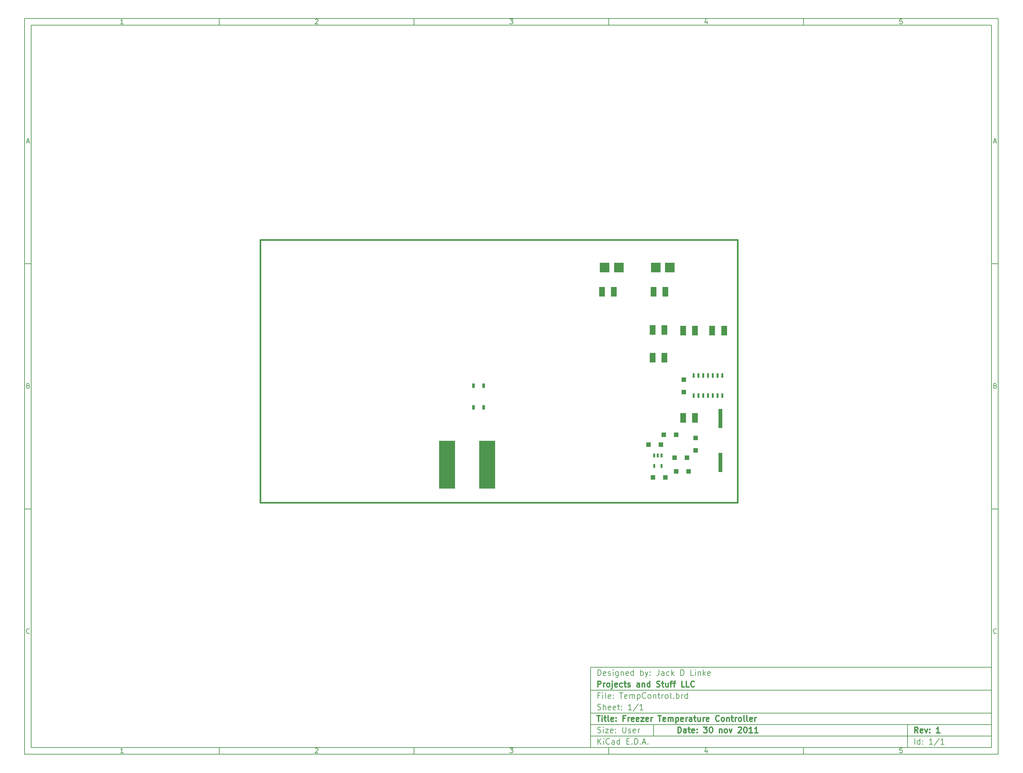
<source format=gtp>
G04 (created by PCBNEW-RS274X (2011-07-08 BZR 3044)-stable) date 11/30/2011 10:21:35 PM*
G01*
G70*
G90*
%MOIN*%
G04 Gerber Fmt 3.4, Leading zero omitted, Abs format*
%FSLAX34Y34*%
G04 APERTURE LIST*
%ADD10C,0.006000*%
%ADD11C,0.012000*%
%ADD12C,0.015000*%
%ADD13R,0.020000X0.045000*%
%ADD14R,0.023600X0.043300*%
%ADD15R,0.167300X0.500000*%
%ADD16R,0.049200X0.049200*%
%ADD17R,0.059100X0.098400*%
%ADD18R,0.026000X0.050000*%
%ADD19R,0.039400X0.200000*%
%ADD20R,0.100000X0.100000*%
G04 APERTURE END LIST*
G54D10*
X04000Y-04000D02*
X106000Y-04000D01*
X106000Y-81000D01*
X04000Y-81000D01*
X04000Y-04000D01*
X04700Y-04700D02*
X105300Y-04700D01*
X105300Y-80300D01*
X04700Y-80300D01*
X04700Y-04700D01*
X24400Y-04000D02*
X24400Y-04700D01*
X14343Y-04552D02*
X14057Y-04552D01*
X14200Y-04552D02*
X14200Y-04052D01*
X14152Y-04124D01*
X14105Y-04171D01*
X14057Y-04195D01*
X24400Y-81000D02*
X24400Y-80300D01*
X14343Y-80852D02*
X14057Y-80852D01*
X14200Y-80852D02*
X14200Y-80352D01*
X14152Y-80424D01*
X14105Y-80471D01*
X14057Y-80495D01*
X44800Y-04000D02*
X44800Y-04700D01*
X34457Y-04100D02*
X34481Y-04076D01*
X34529Y-04052D01*
X34648Y-04052D01*
X34695Y-04076D01*
X34719Y-04100D01*
X34743Y-04148D01*
X34743Y-04195D01*
X34719Y-04267D01*
X34433Y-04552D01*
X34743Y-04552D01*
X44800Y-81000D02*
X44800Y-80300D01*
X34457Y-80400D02*
X34481Y-80376D01*
X34529Y-80352D01*
X34648Y-80352D01*
X34695Y-80376D01*
X34719Y-80400D01*
X34743Y-80448D01*
X34743Y-80495D01*
X34719Y-80567D01*
X34433Y-80852D01*
X34743Y-80852D01*
X65200Y-04000D02*
X65200Y-04700D01*
X54833Y-04052D02*
X55143Y-04052D01*
X54976Y-04243D01*
X55048Y-04243D01*
X55095Y-04267D01*
X55119Y-04290D01*
X55143Y-04338D01*
X55143Y-04457D01*
X55119Y-04505D01*
X55095Y-04529D01*
X55048Y-04552D01*
X54905Y-04552D01*
X54857Y-04529D01*
X54833Y-04505D01*
X65200Y-81000D02*
X65200Y-80300D01*
X54833Y-80352D02*
X55143Y-80352D01*
X54976Y-80543D01*
X55048Y-80543D01*
X55095Y-80567D01*
X55119Y-80590D01*
X55143Y-80638D01*
X55143Y-80757D01*
X55119Y-80805D01*
X55095Y-80829D01*
X55048Y-80852D01*
X54905Y-80852D01*
X54857Y-80829D01*
X54833Y-80805D01*
X85600Y-04000D02*
X85600Y-04700D01*
X75495Y-04219D02*
X75495Y-04552D01*
X75376Y-04029D02*
X75257Y-04386D01*
X75567Y-04386D01*
X85600Y-81000D02*
X85600Y-80300D01*
X75495Y-80519D02*
X75495Y-80852D01*
X75376Y-80329D02*
X75257Y-80686D01*
X75567Y-80686D01*
X95919Y-04052D02*
X95681Y-04052D01*
X95657Y-04290D01*
X95681Y-04267D01*
X95729Y-04243D01*
X95848Y-04243D01*
X95895Y-04267D01*
X95919Y-04290D01*
X95943Y-04338D01*
X95943Y-04457D01*
X95919Y-04505D01*
X95895Y-04529D01*
X95848Y-04552D01*
X95729Y-04552D01*
X95681Y-04529D01*
X95657Y-04505D01*
X95919Y-80352D02*
X95681Y-80352D01*
X95657Y-80590D01*
X95681Y-80567D01*
X95729Y-80543D01*
X95848Y-80543D01*
X95895Y-80567D01*
X95919Y-80590D01*
X95943Y-80638D01*
X95943Y-80757D01*
X95919Y-80805D01*
X95895Y-80829D01*
X95848Y-80852D01*
X95729Y-80852D01*
X95681Y-80829D01*
X95657Y-80805D01*
X04000Y-29660D02*
X04700Y-29660D01*
X04231Y-16890D02*
X04469Y-16890D01*
X04184Y-17032D02*
X04350Y-16532D01*
X04517Y-17032D01*
X106000Y-29660D02*
X105300Y-29660D01*
X105531Y-16890D02*
X105769Y-16890D01*
X105484Y-17032D02*
X105650Y-16532D01*
X105817Y-17032D01*
X04000Y-55320D02*
X04700Y-55320D01*
X04386Y-42430D02*
X04457Y-42454D01*
X04481Y-42478D01*
X04505Y-42526D01*
X04505Y-42597D01*
X04481Y-42645D01*
X04457Y-42669D01*
X04410Y-42692D01*
X04219Y-42692D01*
X04219Y-42192D01*
X04386Y-42192D01*
X04433Y-42216D01*
X04457Y-42240D01*
X04481Y-42288D01*
X04481Y-42335D01*
X04457Y-42383D01*
X04433Y-42407D01*
X04386Y-42430D01*
X04219Y-42430D01*
X106000Y-55320D02*
X105300Y-55320D01*
X105686Y-42430D02*
X105757Y-42454D01*
X105781Y-42478D01*
X105805Y-42526D01*
X105805Y-42597D01*
X105781Y-42645D01*
X105757Y-42669D01*
X105710Y-42692D01*
X105519Y-42692D01*
X105519Y-42192D01*
X105686Y-42192D01*
X105733Y-42216D01*
X105757Y-42240D01*
X105781Y-42288D01*
X105781Y-42335D01*
X105757Y-42383D01*
X105733Y-42407D01*
X105686Y-42430D01*
X105519Y-42430D01*
X04505Y-68305D02*
X04481Y-68329D01*
X04410Y-68352D01*
X04362Y-68352D01*
X04290Y-68329D01*
X04243Y-68281D01*
X04219Y-68233D01*
X04195Y-68138D01*
X04195Y-68067D01*
X04219Y-67971D01*
X04243Y-67924D01*
X04290Y-67876D01*
X04362Y-67852D01*
X04410Y-67852D01*
X04481Y-67876D01*
X04505Y-67900D01*
X105805Y-68305D02*
X105781Y-68329D01*
X105710Y-68352D01*
X105662Y-68352D01*
X105590Y-68329D01*
X105543Y-68281D01*
X105519Y-68233D01*
X105495Y-68138D01*
X105495Y-68067D01*
X105519Y-67971D01*
X105543Y-67924D01*
X105590Y-67876D01*
X105662Y-67852D01*
X105710Y-67852D01*
X105781Y-67876D01*
X105805Y-67900D01*
G54D11*
X72443Y-78743D02*
X72443Y-78143D01*
X72586Y-78143D01*
X72671Y-78171D01*
X72729Y-78229D01*
X72757Y-78286D01*
X72786Y-78400D01*
X72786Y-78486D01*
X72757Y-78600D01*
X72729Y-78657D01*
X72671Y-78714D01*
X72586Y-78743D01*
X72443Y-78743D01*
X73300Y-78743D02*
X73300Y-78429D01*
X73271Y-78371D01*
X73214Y-78343D01*
X73100Y-78343D01*
X73043Y-78371D01*
X73300Y-78714D02*
X73243Y-78743D01*
X73100Y-78743D01*
X73043Y-78714D01*
X73014Y-78657D01*
X73014Y-78600D01*
X73043Y-78543D01*
X73100Y-78514D01*
X73243Y-78514D01*
X73300Y-78486D01*
X73500Y-78343D02*
X73729Y-78343D01*
X73586Y-78143D02*
X73586Y-78657D01*
X73614Y-78714D01*
X73672Y-78743D01*
X73729Y-78743D01*
X74157Y-78714D02*
X74100Y-78743D01*
X73986Y-78743D01*
X73929Y-78714D01*
X73900Y-78657D01*
X73900Y-78429D01*
X73929Y-78371D01*
X73986Y-78343D01*
X74100Y-78343D01*
X74157Y-78371D01*
X74186Y-78429D01*
X74186Y-78486D01*
X73900Y-78543D01*
X74443Y-78686D02*
X74471Y-78714D01*
X74443Y-78743D01*
X74414Y-78714D01*
X74443Y-78686D01*
X74443Y-78743D01*
X74443Y-78371D02*
X74471Y-78400D01*
X74443Y-78429D01*
X74414Y-78400D01*
X74443Y-78371D01*
X74443Y-78429D01*
X75129Y-78143D02*
X75500Y-78143D01*
X75300Y-78371D01*
X75386Y-78371D01*
X75443Y-78400D01*
X75472Y-78429D01*
X75500Y-78486D01*
X75500Y-78629D01*
X75472Y-78686D01*
X75443Y-78714D01*
X75386Y-78743D01*
X75214Y-78743D01*
X75157Y-78714D01*
X75129Y-78686D01*
X75871Y-78143D02*
X75928Y-78143D01*
X75985Y-78171D01*
X76014Y-78200D01*
X76043Y-78257D01*
X76071Y-78371D01*
X76071Y-78514D01*
X76043Y-78629D01*
X76014Y-78686D01*
X75985Y-78714D01*
X75928Y-78743D01*
X75871Y-78743D01*
X75814Y-78714D01*
X75785Y-78686D01*
X75757Y-78629D01*
X75728Y-78514D01*
X75728Y-78371D01*
X75757Y-78257D01*
X75785Y-78200D01*
X75814Y-78171D01*
X75871Y-78143D01*
X76785Y-78343D02*
X76785Y-78743D01*
X76785Y-78400D02*
X76813Y-78371D01*
X76871Y-78343D01*
X76956Y-78343D01*
X77013Y-78371D01*
X77042Y-78429D01*
X77042Y-78743D01*
X77414Y-78743D02*
X77356Y-78714D01*
X77328Y-78686D01*
X77299Y-78629D01*
X77299Y-78457D01*
X77328Y-78400D01*
X77356Y-78371D01*
X77414Y-78343D01*
X77499Y-78343D01*
X77556Y-78371D01*
X77585Y-78400D01*
X77614Y-78457D01*
X77614Y-78629D01*
X77585Y-78686D01*
X77556Y-78714D01*
X77499Y-78743D01*
X77414Y-78743D01*
X77814Y-78343D02*
X77957Y-78743D01*
X78099Y-78343D01*
X78756Y-78200D02*
X78785Y-78171D01*
X78842Y-78143D01*
X78985Y-78143D01*
X79042Y-78171D01*
X79071Y-78200D01*
X79099Y-78257D01*
X79099Y-78314D01*
X79071Y-78400D01*
X78728Y-78743D01*
X79099Y-78743D01*
X79470Y-78143D02*
X79527Y-78143D01*
X79584Y-78171D01*
X79613Y-78200D01*
X79642Y-78257D01*
X79670Y-78371D01*
X79670Y-78514D01*
X79642Y-78629D01*
X79613Y-78686D01*
X79584Y-78714D01*
X79527Y-78743D01*
X79470Y-78743D01*
X79413Y-78714D01*
X79384Y-78686D01*
X79356Y-78629D01*
X79327Y-78514D01*
X79327Y-78371D01*
X79356Y-78257D01*
X79384Y-78200D01*
X79413Y-78171D01*
X79470Y-78143D01*
X80241Y-78743D02*
X79898Y-78743D01*
X80070Y-78743D02*
X80070Y-78143D01*
X80013Y-78229D01*
X79955Y-78286D01*
X79898Y-78314D01*
X80812Y-78743D02*
X80469Y-78743D01*
X80641Y-78743D02*
X80641Y-78143D01*
X80584Y-78229D01*
X80526Y-78286D01*
X80469Y-78314D01*
G54D10*
X64043Y-79943D02*
X64043Y-79343D01*
X64386Y-79943D02*
X64129Y-79600D01*
X64386Y-79343D02*
X64043Y-79686D01*
X64643Y-79943D02*
X64643Y-79543D01*
X64643Y-79343D02*
X64614Y-79371D01*
X64643Y-79400D01*
X64671Y-79371D01*
X64643Y-79343D01*
X64643Y-79400D01*
X65272Y-79886D02*
X65243Y-79914D01*
X65157Y-79943D01*
X65100Y-79943D01*
X65015Y-79914D01*
X64957Y-79857D01*
X64929Y-79800D01*
X64900Y-79686D01*
X64900Y-79600D01*
X64929Y-79486D01*
X64957Y-79429D01*
X65015Y-79371D01*
X65100Y-79343D01*
X65157Y-79343D01*
X65243Y-79371D01*
X65272Y-79400D01*
X65786Y-79943D02*
X65786Y-79629D01*
X65757Y-79571D01*
X65700Y-79543D01*
X65586Y-79543D01*
X65529Y-79571D01*
X65786Y-79914D02*
X65729Y-79943D01*
X65586Y-79943D01*
X65529Y-79914D01*
X65500Y-79857D01*
X65500Y-79800D01*
X65529Y-79743D01*
X65586Y-79714D01*
X65729Y-79714D01*
X65786Y-79686D01*
X66329Y-79943D02*
X66329Y-79343D01*
X66329Y-79914D02*
X66272Y-79943D01*
X66158Y-79943D01*
X66100Y-79914D01*
X66072Y-79886D01*
X66043Y-79829D01*
X66043Y-79657D01*
X66072Y-79600D01*
X66100Y-79571D01*
X66158Y-79543D01*
X66272Y-79543D01*
X66329Y-79571D01*
X67072Y-79629D02*
X67272Y-79629D01*
X67358Y-79943D02*
X67072Y-79943D01*
X67072Y-79343D01*
X67358Y-79343D01*
X67615Y-79886D02*
X67643Y-79914D01*
X67615Y-79943D01*
X67586Y-79914D01*
X67615Y-79886D01*
X67615Y-79943D01*
X67901Y-79943D02*
X67901Y-79343D01*
X68044Y-79343D01*
X68129Y-79371D01*
X68187Y-79429D01*
X68215Y-79486D01*
X68244Y-79600D01*
X68244Y-79686D01*
X68215Y-79800D01*
X68187Y-79857D01*
X68129Y-79914D01*
X68044Y-79943D01*
X67901Y-79943D01*
X68501Y-79886D02*
X68529Y-79914D01*
X68501Y-79943D01*
X68472Y-79914D01*
X68501Y-79886D01*
X68501Y-79943D01*
X68758Y-79771D02*
X69044Y-79771D01*
X68701Y-79943D02*
X68901Y-79343D01*
X69101Y-79943D01*
X69301Y-79886D02*
X69329Y-79914D01*
X69301Y-79943D01*
X69272Y-79914D01*
X69301Y-79886D01*
X69301Y-79943D01*
G54D11*
X97586Y-78743D02*
X97386Y-78457D01*
X97243Y-78743D02*
X97243Y-78143D01*
X97471Y-78143D01*
X97529Y-78171D01*
X97557Y-78200D01*
X97586Y-78257D01*
X97586Y-78343D01*
X97557Y-78400D01*
X97529Y-78429D01*
X97471Y-78457D01*
X97243Y-78457D01*
X98071Y-78714D02*
X98014Y-78743D01*
X97900Y-78743D01*
X97843Y-78714D01*
X97814Y-78657D01*
X97814Y-78429D01*
X97843Y-78371D01*
X97900Y-78343D01*
X98014Y-78343D01*
X98071Y-78371D01*
X98100Y-78429D01*
X98100Y-78486D01*
X97814Y-78543D01*
X98300Y-78343D02*
X98443Y-78743D01*
X98585Y-78343D01*
X98814Y-78686D02*
X98842Y-78714D01*
X98814Y-78743D01*
X98785Y-78714D01*
X98814Y-78686D01*
X98814Y-78743D01*
X98814Y-78371D02*
X98842Y-78400D01*
X98814Y-78429D01*
X98785Y-78400D01*
X98814Y-78371D01*
X98814Y-78429D01*
X99871Y-78743D02*
X99528Y-78743D01*
X99700Y-78743D02*
X99700Y-78143D01*
X99643Y-78229D01*
X99585Y-78286D01*
X99528Y-78314D01*
G54D10*
X64014Y-78714D02*
X64100Y-78743D01*
X64243Y-78743D01*
X64300Y-78714D01*
X64329Y-78686D01*
X64357Y-78629D01*
X64357Y-78571D01*
X64329Y-78514D01*
X64300Y-78486D01*
X64243Y-78457D01*
X64129Y-78429D01*
X64071Y-78400D01*
X64043Y-78371D01*
X64014Y-78314D01*
X64014Y-78257D01*
X64043Y-78200D01*
X64071Y-78171D01*
X64129Y-78143D01*
X64271Y-78143D01*
X64357Y-78171D01*
X64614Y-78743D02*
X64614Y-78343D01*
X64614Y-78143D02*
X64585Y-78171D01*
X64614Y-78200D01*
X64642Y-78171D01*
X64614Y-78143D01*
X64614Y-78200D01*
X64843Y-78343D02*
X65157Y-78343D01*
X64843Y-78743D01*
X65157Y-78743D01*
X65614Y-78714D02*
X65557Y-78743D01*
X65443Y-78743D01*
X65386Y-78714D01*
X65357Y-78657D01*
X65357Y-78429D01*
X65386Y-78371D01*
X65443Y-78343D01*
X65557Y-78343D01*
X65614Y-78371D01*
X65643Y-78429D01*
X65643Y-78486D01*
X65357Y-78543D01*
X65900Y-78686D02*
X65928Y-78714D01*
X65900Y-78743D01*
X65871Y-78714D01*
X65900Y-78686D01*
X65900Y-78743D01*
X65900Y-78371D02*
X65928Y-78400D01*
X65900Y-78429D01*
X65871Y-78400D01*
X65900Y-78371D01*
X65900Y-78429D01*
X66643Y-78143D02*
X66643Y-78629D01*
X66671Y-78686D01*
X66700Y-78714D01*
X66757Y-78743D01*
X66871Y-78743D01*
X66929Y-78714D01*
X66957Y-78686D01*
X66986Y-78629D01*
X66986Y-78143D01*
X67243Y-78714D02*
X67300Y-78743D01*
X67415Y-78743D01*
X67472Y-78714D01*
X67500Y-78657D01*
X67500Y-78629D01*
X67472Y-78571D01*
X67415Y-78543D01*
X67329Y-78543D01*
X67272Y-78514D01*
X67243Y-78457D01*
X67243Y-78429D01*
X67272Y-78371D01*
X67329Y-78343D01*
X67415Y-78343D01*
X67472Y-78371D01*
X67986Y-78714D02*
X67929Y-78743D01*
X67815Y-78743D01*
X67758Y-78714D01*
X67729Y-78657D01*
X67729Y-78429D01*
X67758Y-78371D01*
X67815Y-78343D01*
X67929Y-78343D01*
X67986Y-78371D01*
X68015Y-78429D01*
X68015Y-78486D01*
X67729Y-78543D01*
X68272Y-78743D02*
X68272Y-78343D01*
X68272Y-78457D02*
X68300Y-78400D01*
X68329Y-78371D01*
X68386Y-78343D01*
X68443Y-78343D01*
X97243Y-79943D02*
X97243Y-79343D01*
X97786Y-79943D02*
X97786Y-79343D01*
X97786Y-79914D02*
X97729Y-79943D01*
X97615Y-79943D01*
X97557Y-79914D01*
X97529Y-79886D01*
X97500Y-79829D01*
X97500Y-79657D01*
X97529Y-79600D01*
X97557Y-79571D01*
X97615Y-79543D01*
X97729Y-79543D01*
X97786Y-79571D01*
X98072Y-79886D02*
X98100Y-79914D01*
X98072Y-79943D01*
X98043Y-79914D01*
X98072Y-79886D01*
X98072Y-79943D01*
X98072Y-79571D02*
X98100Y-79600D01*
X98072Y-79629D01*
X98043Y-79600D01*
X98072Y-79571D01*
X98072Y-79629D01*
X99129Y-79943D02*
X98786Y-79943D01*
X98958Y-79943D02*
X98958Y-79343D01*
X98901Y-79429D01*
X98843Y-79486D01*
X98786Y-79514D01*
X99814Y-79314D02*
X99300Y-80086D01*
X100329Y-79943D02*
X99986Y-79943D01*
X100158Y-79943D02*
X100158Y-79343D01*
X100101Y-79429D01*
X100043Y-79486D01*
X99986Y-79514D01*
G54D11*
X63957Y-76943D02*
X64300Y-76943D01*
X64129Y-77543D02*
X64129Y-76943D01*
X64500Y-77543D02*
X64500Y-77143D01*
X64500Y-76943D02*
X64471Y-76971D01*
X64500Y-77000D01*
X64528Y-76971D01*
X64500Y-76943D01*
X64500Y-77000D01*
X64700Y-77143D02*
X64929Y-77143D01*
X64786Y-76943D02*
X64786Y-77457D01*
X64814Y-77514D01*
X64872Y-77543D01*
X64929Y-77543D01*
X65215Y-77543D02*
X65157Y-77514D01*
X65129Y-77457D01*
X65129Y-76943D01*
X65671Y-77514D02*
X65614Y-77543D01*
X65500Y-77543D01*
X65443Y-77514D01*
X65414Y-77457D01*
X65414Y-77229D01*
X65443Y-77171D01*
X65500Y-77143D01*
X65614Y-77143D01*
X65671Y-77171D01*
X65700Y-77229D01*
X65700Y-77286D01*
X65414Y-77343D01*
X65957Y-77486D02*
X65985Y-77514D01*
X65957Y-77543D01*
X65928Y-77514D01*
X65957Y-77486D01*
X65957Y-77543D01*
X65957Y-77171D02*
X65985Y-77200D01*
X65957Y-77229D01*
X65928Y-77200D01*
X65957Y-77171D01*
X65957Y-77229D01*
X66900Y-77229D02*
X66700Y-77229D01*
X66700Y-77543D02*
X66700Y-76943D01*
X66986Y-76943D01*
X67214Y-77543D02*
X67214Y-77143D01*
X67214Y-77257D02*
X67242Y-77200D01*
X67271Y-77171D01*
X67328Y-77143D01*
X67385Y-77143D01*
X67813Y-77514D02*
X67756Y-77543D01*
X67642Y-77543D01*
X67585Y-77514D01*
X67556Y-77457D01*
X67556Y-77229D01*
X67585Y-77171D01*
X67642Y-77143D01*
X67756Y-77143D01*
X67813Y-77171D01*
X67842Y-77229D01*
X67842Y-77286D01*
X67556Y-77343D01*
X68327Y-77514D02*
X68270Y-77543D01*
X68156Y-77543D01*
X68099Y-77514D01*
X68070Y-77457D01*
X68070Y-77229D01*
X68099Y-77171D01*
X68156Y-77143D01*
X68270Y-77143D01*
X68327Y-77171D01*
X68356Y-77229D01*
X68356Y-77286D01*
X68070Y-77343D01*
X68556Y-77143D02*
X68870Y-77143D01*
X68556Y-77543D01*
X68870Y-77543D01*
X69327Y-77514D02*
X69270Y-77543D01*
X69156Y-77543D01*
X69099Y-77514D01*
X69070Y-77457D01*
X69070Y-77229D01*
X69099Y-77171D01*
X69156Y-77143D01*
X69270Y-77143D01*
X69327Y-77171D01*
X69356Y-77229D01*
X69356Y-77286D01*
X69070Y-77343D01*
X69613Y-77543D02*
X69613Y-77143D01*
X69613Y-77257D02*
X69641Y-77200D01*
X69670Y-77171D01*
X69727Y-77143D01*
X69784Y-77143D01*
X70355Y-76943D02*
X70698Y-76943D01*
X70527Y-77543D02*
X70527Y-76943D01*
X71126Y-77514D02*
X71069Y-77543D01*
X70955Y-77543D01*
X70898Y-77514D01*
X70869Y-77457D01*
X70869Y-77229D01*
X70898Y-77171D01*
X70955Y-77143D01*
X71069Y-77143D01*
X71126Y-77171D01*
X71155Y-77229D01*
X71155Y-77286D01*
X70869Y-77343D01*
X71412Y-77543D02*
X71412Y-77143D01*
X71412Y-77200D02*
X71440Y-77171D01*
X71498Y-77143D01*
X71583Y-77143D01*
X71640Y-77171D01*
X71669Y-77229D01*
X71669Y-77543D01*
X71669Y-77229D02*
X71698Y-77171D01*
X71755Y-77143D01*
X71840Y-77143D01*
X71898Y-77171D01*
X71926Y-77229D01*
X71926Y-77543D01*
X72212Y-77143D02*
X72212Y-77743D01*
X72212Y-77171D02*
X72269Y-77143D01*
X72383Y-77143D01*
X72440Y-77171D01*
X72469Y-77200D01*
X72498Y-77257D01*
X72498Y-77429D01*
X72469Y-77486D01*
X72440Y-77514D01*
X72383Y-77543D01*
X72269Y-77543D01*
X72212Y-77514D01*
X72983Y-77514D02*
X72926Y-77543D01*
X72812Y-77543D01*
X72755Y-77514D01*
X72726Y-77457D01*
X72726Y-77229D01*
X72755Y-77171D01*
X72812Y-77143D01*
X72926Y-77143D01*
X72983Y-77171D01*
X73012Y-77229D01*
X73012Y-77286D01*
X72726Y-77343D01*
X73269Y-77543D02*
X73269Y-77143D01*
X73269Y-77257D02*
X73297Y-77200D01*
X73326Y-77171D01*
X73383Y-77143D01*
X73440Y-77143D01*
X73897Y-77543D02*
X73897Y-77229D01*
X73868Y-77171D01*
X73811Y-77143D01*
X73697Y-77143D01*
X73640Y-77171D01*
X73897Y-77514D02*
X73840Y-77543D01*
X73697Y-77543D01*
X73640Y-77514D01*
X73611Y-77457D01*
X73611Y-77400D01*
X73640Y-77343D01*
X73697Y-77314D01*
X73840Y-77314D01*
X73897Y-77286D01*
X74097Y-77143D02*
X74326Y-77143D01*
X74183Y-76943D02*
X74183Y-77457D01*
X74211Y-77514D01*
X74269Y-77543D01*
X74326Y-77543D01*
X74783Y-77143D02*
X74783Y-77543D01*
X74526Y-77143D02*
X74526Y-77457D01*
X74554Y-77514D01*
X74612Y-77543D01*
X74697Y-77543D01*
X74754Y-77514D01*
X74783Y-77486D01*
X75069Y-77543D02*
X75069Y-77143D01*
X75069Y-77257D02*
X75097Y-77200D01*
X75126Y-77171D01*
X75183Y-77143D01*
X75240Y-77143D01*
X75668Y-77514D02*
X75611Y-77543D01*
X75497Y-77543D01*
X75440Y-77514D01*
X75411Y-77457D01*
X75411Y-77229D01*
X75440Y-77171D01*
X75497Y-77143D01*
X75611Y-77143D01*
X75668Y-77171D01*
X75697Y-77229D01*
X75697Y-77286D01*
X75411Y-77343D01*
X76754Y-77486D02*
X76725Y-77514D01*
X76639Y-77543D01*
X76582Y-77543D01*
X76497Y-77514D01*
X76439Y-77457D01*
X76411Y-77400D01*
X76382Y-77286D01*
X76382Y-77200D01*
X76411Y-77086D01*
X76439Y-77029D01*
X76497Y-76971D01*
X76582Y-76943D01*
X76639Y-76943D01*
X76725Y-76971D01*
X76754Y-77000D01*
X77097Y-77543D02*
X77039Y-77514D01*
X77011Y-77486D01*
X76982Y-77429D01*
X76982Y-77257D01*
X77011Y-77200D01*
X77039Y-77171D01*
X77097Y-77143D01*
X77182Y-77143D01*
X77239Y-77171D01*
X77268Y-77200D01*
X77297Y-77257D01*
X77297Y-77429D01*
X77268Y-77486D01*
X77239Y-77514D01*
X77182Y-77543D01*
X77097Y-77543D01*
X77554Y-77143D02*
X77554Y-77543D01*
X77554Y-77200D02*
X77582Y-77171D01*
X77640Y-77143D01*
X77725Y-77143D01*
X77782Y-77171D01*
X77811Y-77229D01*
X77811Y-77543D01*
X78011Y-77143D02*
X78240Y-77143D01*
X78097Y-76943D02*
X78097Y-77457D01*
X78125Y-77514D01*
X78183Y-77543D01*
X78240Y-77543D01*
X78440Y-77543D02*
X78440Y-77143D01*
X78440Y-77257D02*
X78468Y-77200D01*
X78497Y-77171D01*
X78554Y-77143D01*
X78611Y-77143D01*
X78897Y-77543D02*
X78839Y-77514D01*
X78811Y-77486D01*
X78782Y-77429D01*
X78782Y-77257D01*
X78811Y-77200D01*
X78839Y-77171D01*
X78897Y-77143D01*
X78982Y-77143D01*
X79039Y-77171D01*
X79068Y-77200D01*
X79097Y-77257D01*
X79097Y-77429D01*
X79068Y-77486D01*
X79039Y-77514D01*
X78982Y-77543D01*
X78897Y-77543D01*
X79440Y-77543D02*
X79382Y-77514D01*
X79354Y-77457D01*
X79354Y-76943D01*
X79754Y-77543D02*
X79696Y-77514D01*
X79668Y-77457D01*
X79668Y-76943D01*
X80210Y-77514D02*
X80153Y-77543D01*
X80039Y-77543D01*
X79982Y-77514D01*
X79953Y-77457D01*
X79953Y-77229D01*
X79982Y-77171D01*
X80039Y-77143D01*
X80153Y-77143D01*
X80210Y-77171D01*
X80239Y-77229D01*
X80239Y-77286D01*
X79953Y-77343D01*
X80496Y-77543D02*
X80496Y-77143D01*
X80496Y-77257D02*
X80524Y-77200D01*
X80553Y-77171D01*
X80610Y-77143D01*
X80667Y-77143D01*
G54D10*
X64243Y-74829D02*
X64043Y-74829D01*
X64043Y-75143D02*
X64043Y-74543D01*
X64329Y-74543D01*
X64557Y-75143D02*
X64557Y-74743D01*
X64557Y-74543D02*
X64528Y-74571D01*
X64557Y-74600D01*
X64585Y-74571D01*
X64557Y-74543D01*
X64557Y-74600D01*
X64929Y-75143D02*
X64871Y-75114D01*
X64843Y-75057D01*
X64843Y-74543D01*
X65385Y-75114D02*
X65328Y-75143D01*
X65214Y-75143D01*
X65157Y-75114D01*
X65128Y-75057D01*
X65128Y-74829D01*
X65157Y-74771D01*
X65214Y-74743D01*
X65328Y-74743D01*
X65385Y-74771D01*
X65414Y-74829D01*
X65414Y-74886D01*
X65128Y-74943D01*
X65671Y-75086D02*
X65699Y-75114D01*
X65671Y-75143D01*
X65642Y-75114D01*
X65671Y-75086D01*
X65671Y-75143D01*
X65671Y-74771D02*
X65699Y-74800D01*
X65671Y-74829D01*
X65642Y-74800D01*
X65671Y-74771D01*
X65671Y-74829D01*
X66328Y-74543D02*
X66671Y-74543D01*
X66500Y-75143D02*
X66500Y-74543D01*
X67099Y-75114D02*
X67042Y-75143D01*
X66928Y-75143D01*
X66871Y-75114D01*
X66842Y-75057D01*
X66842Y-74829D01*
X66871Y-74771D01*
X66928Y-74743D01*
X67042Y-74743D01*
X67099Y-74771D01*
X67128Y-74829D01*
X67128Y-74886D01*
X66842Y-74943D01*
X67385Y-75143D02*
X67385Y-74743D01*
X67385Y-74800D02*
X67413Y-74771D01*
X67471Y-74743D01*
X67556Y-74743D01*
X67613Y-74771D01*
X67642Y-74829D01*
X67642Y-75143D01*
X67642Y-74829D02*
X67671Y-74771D01*
X67728Y-74743D01*
X67813Y-74743D01*
X67871Y-74771D01*
X67899Y-74829D01*
X67899Y-75143D01*
X68185Y-74743D02*
X68185Y-75343D01*
X68185Y-74771D02*
X68242Y-74743D01*
X68356Y-74743D01*
X68413Y-74771D01*
X68442Y-74800D01*
X68471Y-74857D01*
X68471Y-75029D01*
X68442Y-75086D01*
X68413Y-75114D01*
X68356Y-75143D01*
X68242Y-75143D01*
X68185Y-75114D01*
X69071Y-75086D02*
X69042Y-75114D01*
X68956Y-75143D01*
X68899Y-75143D01*
X68814Y-75114D01*
X68756Y-75057D01*
X68728Y-75000D01*
X68699Y-74886D01*
X68699Y-74800D01*
X68728Y-74686D01*
X68756Y-74629D01*
X68814Y-74571D01*
X68899Y-74543D01*
X68956Y-74543D01*
X69042Y-74571D01*
X69071Y-74600D01*
X69414Y-75143D02*
X69356Y-75114D01*
X69328Y-75086D01*
X69299Y-75029D01*
X69299Y-74857D01*
X69328Y-74800D01*
X69356Y-74771D01*
X69414Y-74743D01*
X69499Y-74743D01*
X69556Y-74771D01*
X69585Y-74800D01*
X69614Y-74857D01*
X69614Y-75029D01*
X69585Y-75086D01*
X69556Y-75114D01*
X69499Y-75143D01*
X69414Y-75143D01*
X69871Y-74743D02*
X69871Y-75143D01*
X69871Y-74800D02*
X69899Y-74771D01*
X69957Y-74743D01*
X70042Y-74743D01*
X70099Y-74771D01*
X70128Y-74829D01*
X70128Y-75143D01*
X70328Y-74743D02*
X70557Y-74743D01*
X70414Y-74543D02*
X70414Y-75057D01*
X70442Y-75114D01*
X70500Y-75143D01*
X70557Y-75143D01*
X70757Y-75143D02*
X70757Y-74743D01*
X70757Y-74857D02*
X70785Y-74800D01*
X70814Y-74771D01*
X70871Y-74743D01*
X70928Y-74743D01*
X71214Y-75143D02*
X71156Y-75114D01*
X71128Y-75086D01*
X71099Y-75029D01*
X71099Y-74857D01*
X71128Y-74800D01*
X71156Y-74771D01*
X71214Y-74743D01*
X71299Y-74743D01*
X71356Y-74771D01*
X71385Y-74800D01*
X71414Y-74857D01*
X71414Y-75029D01*
X71385Y-75086D01*
X71356Y-75114D01*
X71299Y-75143D01*
X71214Y-75143D01*
X71757Y-75143D02*
X71699Y-75114D01*
X71671Y-75057D01*
X71671Y-74543D01*
X71985Y-75086D02*
X72013Y-75114D01*
X71985Y-75143D01*
X71956Y-75114D01*
X71985Y-75086D01*
X71985Y-75143D01*
X72271Y-75143D02*
X72271Y-74543D01*
X72271Y-74771D02*
X72328Y-74743D01*
X72442Y-74743D01*
X72499Y-74771D01*
X72528Y-74800D01*
X72557Y-74857D01*
X72557Y-75029D01*
X72528Y-75086D01*
X72499Y-75114D01*
X72442Y-75143D01*
X72328Y-75143D01*
X72271Y-75114D01*
X72814Y-75143D02*
X72814Y-74743D01*
X72814Y-74857D02*
X72842Y-74800D01*
X72871Y-74771D01*
X72928Y-74743D01*
X72985Y-74743D01*
X73442Y-75143D02*
X73442Y-74543D01*
X73442Y-75114D02*
X73385Y-75143D01*
X73271Y-75143D01*
X73213Y-75114D01*
X73185Y-75086D01*
X73156Y-75029D01*
X73156Y-74857D01*
X73185Y-74800D01*
X73213Y-74771D01*
X73271Y-74743D01*
X73385Y-74743D01*
X73442Y-74771D01*
X64014Y-76314D02*
X64100Y-76343D01*
X64243Y-76343D01*
X64300Y-76314D01*
X64329Y-76286D01*
X64357Y-76229D01*
X64357Y-76171D01*
X64329Y-76114D01*
X64300Y-76086D01*
X64243Y-76057D01*
X64129Y-76029D01*
X64071Y-76000D01*
X64043Y-75971D01*
X64014Y-75914D01*
X64014Y-75857D01*
X64043Y-75800D01*
X64071Y-75771D01*
X64129Y-75743D01*
X64271Y-75743D01*
X64357Y-75771D01*
X64614Y-76343D02*
X64614Y-75743D01*
X64871Y-76343D02*
X64871Y-76029D01*
X64842Y-75971D01*
X64785Y-75943D01*
X64700Y-75943D01*
X64642Y-75971D01*
X64614Y-76000D01*
X65385Y-76314D02*
X65328Y-76343D01*
X65214Y-76343D01*
X65157Y-76314D01*
X65128Y-76257D01*
X65128Y-76029D01*
X65157Y-75971D01*
X65214Y-75943D01*
X65328Y-75943D01*
X65385Y-75971D01*
X65414Y-76029D01*
X65414Y-76086D01*
X65128Y-76143D01*
X65899Y-76314D02*
X65842Y-76343D01*
X65728Y-76343D01*
X65671Y-76314D01*
X65642Y-76257D01*
X65642Y-76029D01*
X65671Y-75971D01*
X65728Y-75943D01*
X65842Y-75943D01*
X65899Y-75971D01*
X65928Y-76029D01*
X65928Y-76086D01*
X65642Y-76143D01*
X66099Y-75943D02*
X66328Y-75943D01*
X66185Y-75743D02*
X66185Y-76257D01*
X66213Y-76314D01*
X66271Y-76343D01*
X66328Y-76343D01*
X66528Y-76286D02*
X66556Y-76314D01*
X66528Y-76343D01*
X66499Y-76314D01*
X66528Y-76286D01*
X66528Y-76343D01*
X66528Y-75971D02*
X66556Y-76000D01*
X66528Y-76029D01*
X66499Y-76000D01*
X66528Y-75971D01*
X66528Y-76029D01*
X67585Y-76343D02*
X67242Y-76343D01*
X67414Y-76343D02*
X67414Y-75743D01*
X67357Y-75829D01*
X67299Y-75886D01*
X67242Y-75914D01*
X68270Y-75714D02*
X67756Y-76486D01*
X68785Y-76343D02*
X68442Y-76343D01*
X68614Y-76343D02*
X68614Y-75743D01*
X68557Y-75829D01*
X68499Y-75886D01*
X68442Y-75914D01*
G54D11*
X64043Y-73943D02*
X64043Y-73343D01*
X64271Y-73343D01*
X64329Y-73371D01*
X64357Y-73400D01*
X64386Y-73457D01*
X64386Y-73543D01*
X64357Y-73600D01*
X64329Y-73629D01*
X64271Y-73657D01*
X64043Y-73657D01*
X64643Y-73943D02*
X64643Y-73543D01*
X64643Y-73657D02*
X64671Y-73600D01*
X64700Y-73571D01*
X64757Y-73543D01*
X64814Y-73543D01*
X65100Y-73943D02*
X65042Y-73914D01*
X65014Y-73886D01*
X64985Y-73829D01*
X64985Y-73657D01*
X65014Y-73600D01*
X65042Y-73571D01*
X65100Y-73543D01*
X65185Y-73543D01*
X65242Y-73571D01*
X65271Y-73600D01*
X65300Y-73657D01*
X65300Y-73829D01*
X65271Y-73886D01*
X65242Y-73914D01*
X65185Y-73943D01*
X65100Y-73943D01*
X65557Y-73543D02*
X65557Y-74057D01*
X65528Y-74114D01*
X65471Y-74143D01*
X65443Y-74143D01*
X65557Y-73343D02*
X65528Y-73371D01*
X65557Y-73400D01*
X65585Y-73371D01*
X65557Y-73343D01*
X65557Y-73400D01*
X66071Y-73914D02*
X66014Y-73943D01*
X65900Y-73943D01*
X65843Y-73914D01*
X65814Y-73857D01*
X65814Y-73629D01*
X65843Y-73571D01*
X65900Y-73543D01*
X66014Y-73543D01*
X66071Y-73571D01*
X66100Y-73629D01*
X66100Y-73686D01*
X65814Y-73743D01*
X66614Y-73914D02*
X66557Y-73943D01*
X66443Y-73943D01*
X66385Y-73914D01*
X66357Y-73886D01*
X66328Y-73829D01*
X66328Y-73657D01*
X66357Y-73600D01*
X66385Y-73571D01*
X66443Y-73543D01*
X66557Y-73543D01*
X66614Y-73571D01*
X66785Y-73543D02*
X67014Y-73543D01*
X66871Y-73343D02*
X66871Y-73857D01*
X66899Y-73914D01*
X66957Y-73943D01*
X67014Y-73943D01*
X67185Y-73914D02*
X67242Y-73943D01*
X67357Y-73943D01*
X67414Y-73914D01*
X67442Y-73857D01*
X67442Y-73829D01*
X67414Y-73771D01*
X67357Y-73743D01*
X67271Y-73743D01*
X67214Y-73714D01*
X67185Y-73657D01*
X67185Y-73629D01*
X67214Y-73571D01*
X67271Y-73543D01*
X67357Y-73543D01*
X67414Y-73571D01*
X68414Y-73943D02*
X68414Y-73629D01*
X68385Y-73571D01*
X68328Y-73543D01*
X68214Y-73543D01*
X68157Y-73571D01*
X68414Y-73914D02*
X68357Y-73943D01*
X68214Y-73943D01*
X68157Y-73914D01*
X68128Y-73857D01*
X68128Y-73800D01*
X68157Y-73743D01*
X68214Y-73714D01*
X68357Y-73714D01*
X68414Y-73686D01*
X68700Y-73543D02*
X68700Y-73943D01*
X68700Y-73600D02*
X68728Y-73571D01*
X68786Y-73543D01*
X68871Y-73543D01*
X68928Y-73571D01*
X68957Y-73629D01*
X68957Y-73943D01*
X69500Y-73943D02*
X69500Y-73343D01*
X69500Y-73914D02*
X69443Y-73943D01*
X69329Y-73943D01*
X69271Y-73914D01*
X69243Y-73886D01*
X69214Y-73829D01*
X69214Y-73657D01*
X69243Y-73600D01*
X69271Y-73571D01*
X69329Y-73543D01*
X69443Y-73543D01*
X69500Y-73571D01*
X70214Y-73914D02*
X70300Y-73943D01*
X70443Y-73943D01*
X70500Y-73914D01*
X70529Y-73886D01*
X70557Y-73829D01*
X70557Y-73771D01*
X70529Y-73714D01*
X70500Y-73686D01*
X70443Y-73657D01*
X70329Y-73629D01*
X70271Y-73600D01*
X70243Y-73571D01*
X70214Y-73514D01*
X70214Y-73457D01*
X70243Y-73400D01*
X70271Y-73371D01*
X70329Y-73343D01*
X70471Y-73343D01*
X70557Y-73371D01*
X70728Y-73543D02*
X70957Y-73543D01*
X70814Y-73343D02*
X70814Y-73857D01*
X70842Y-73914D01*
X70900Y-73943D01*
X70957Y-73943D01*
X71414Y-73543D02*
X71414Y-73943D01*
X71157Y-73543D02*
X71157Y-73857D01*
X71185Y-73914D01*
X71243Y-73943D01*
X71328Y-73943D01*
X71385Y-73914D01*
X71414Y-73886D01*
X71614Y-73543D02*
X71843Y-73543D01*
X71700Y-73943D02*
X71700Y-73429D01*
X71728Y-73371D01*
X71786Y-73343D01*
X71843Y-73343D01*
X71957Y-73543D02*
X72186Y-73543D01*
X72043Y-73943D02*
X72043Y-73429D01*
X72071Y-73371D01*
X72129Y-73343D01*
X72186Y-73343D01*
X73129Y-73943D02*
X72843Y-73943D01*
X72843Y-73343D01*
X73615Y-73943D02*
X73329Y-73943D01*
X73329Y-73343D01*
X74158Y-73886D02*
X74129Y-73914D01*
X74043Y-73943D01*
X73986Y-73943D01*
X73901Y-73914D01*
X73843Y-73857D01*
X73815Y-73800D01*
X73786Y-73686D01*
X73786Y-73600D01*
X73815Y-73486D01*
X73843Y-73429D01*
X73901Y-73371D01*
X73986Y-73343D01*
X74043Y-73343D01*
X74129Y-73371D01*
X74158Y-73400D01*
G54D10*
X64043Y-72743D02*
X64043Y-72143D01*
X64186Y-72143D01*
X64271Y-72171D01*
X64329Y-72229D01*
X64357Y-72286D01*
X64386Y-72400D01*
X64386Y-72486D01*
X64357Y-72600D01*
X64329Y-72657D01*
X64271Y-72714D01*
X64186Y-72743D01*
X64043Y-72743D01*
X64871Y-72714D02*
X64814Y-72743D01*
X64700Y-72743D01*
X64643Y-72714D01*
X64614Y-72657D01*
X64614Y-72429D01*
X64643Y-72371D01*
X64700Y-72343D01*
X64814Y-72343D01*
X64871Y-72371D01*
X64900Y-72429D01*
X64900Y-72486D01*
X64614Y-72543D01*
X65128Y-72714D02*
X65185Y-72743D01*
X65300Y-72743D01*
X65357Y-72714D01*
X65385Y-72657D01*
X65385Y-72629D01*
X65357Y-72571D01*
X65300Y-72543D01*
X65214Y-72543D01*
X65157Y-72514D01*
X65128Y-72457D01*
X65128Y-72429D01*
X65157Y-72371D01*
X65214Y-72343D01*
X65300Y-72343D01*
X65357Y-72371D01*
X65643Y-72743D02*
X65643Y-72343D01*
X65643Y-72143D02*
X65614Y-72171D01*
X65643Y-72200D01*
X65671Y-72171D01*
X65643Y-72143D01*
X65643Y-72200D01*
X66186Y-72343D02*
X66186Y-72829D01*
X66157Y-72886D01*
X66129Y-72914D01*
X66072Y-72943D01*
X65986Y-72943D01*
X65929Y-72914D01*
X66186Y-72714D02*
X66129Y-72743D01*
X66015Y-72743D01*
X65957Y-72714D01*
X65929Y-72686D01*
X65900Y-72629D01*
X65900Y-72457D01*
X65929Y-72400D01*
X65957Y-72371D01*
X66015Y-72343D01*
X66129Y-72343D01*
X66186Y-72371D01*
X66472Y-72343D02*
X66472Y-72743D01*
X66472Y-72400D02*
X66500Y-72371D01*
X66558Y-72343D01*
X66643Y-72343D01*
X66700Y-72371D01*
X66729Y-72429D01*
X66729Y-72743D01*
X67243Y-72714D02*
X67186Y-72743D01*
X67072Y-72743D01*
X67015Y-72714D01*
X66986Y-72657D01*
X66986Y-72429D01*
X67015Y-72371D01*
X67072Y-72343D01*
X67186Y-72343D01*
X67243Y-72371D01*
X67272Y-72429D01*
X67272Y-72486D01*
X66986Y-72543D01*
X67786Y-72743D02*
X67786Y-72143D01*
X67786Y-72714D02*
X67729Y-72743D01*
X67615Y-72743D01*
X67557Y-72714D01*
X67529Y-72686D01*
X67500Y-72629D01*
X67500Y-72457D01*
X67529Y-72400D01*
X67557Y-72371D01*
X67615Y-72343D01*
X67729Y-72343D01*
X67786Y-72371D01*
X68529Y-72743D02*
X68529Y-72143D01*
X68529Y-72371D02*
X68586Y-72343D01*
X68700Y-72343D01*
X68757Y-72371D01*
X68786Y-72400D01*
X68815Y-72457D01*
X68815Y-72629D01*
X68786Y-72686D01*
X68757Y-72714D01*
X68700Y-72743D01*
X68586Y-72743D01*
X68529Y-72714D01*
X69015Y-72343D02*
X69158Y-72743D01*
X69300Y-72343D02*
X69158Y-72743D01*
X69100Y-72886D01*
X69072Y-72914D01*
X69015Y-72943D01*
X69529Y-72686D02*
X69557Y-72714D01*
X69529Y-72743D01*
X69500Y-72714D01*
X69529Y-72686D01*
X69529Y-72743D01*
X69529Y-72371D02*
X69557Y-72400D01*
X69529Y-72429D01*
X69500Y-72400D01*
X69529Y-72371D01*
X69529Y-72429D01*
X70443Y-72143D02*
X70443Y-72571D01*
X70415Y-72657D01*
X70358Y-72714D01*
X70272Y-72743D01*
X70215Y-72743D01*
X70986Y-72743D02*
X70986Y-72429D01*
X70957Y-72371D01*
X70900Y-72343D01*
X70786Y-72343D01*
X70729Y-72371D01*
X70986Y-72714D02*
X70929Y-72743D01*
X70786Y-72743D01*
X70729Y-72714D01*
X70700Y-72657D01*
X70700Y-72600D01*
X70729Y-72543D01*
X70786Y-72514D01*
X70929Y-72514D01*
X70986Y-72486D01*
X71529Y-72714D02*
X71472Y-72743D01*
X71358Y-72743D01*
X71300Y-72714D01*
X71272Y-72686D01*
X71243Y-72629D01*
X71243Y-72457D01*
X71272Y-72400D01*
X71300Y-72371D01*
X71358Y-72343D01*
X71472Y-72343D01*
X71529Y-72371D01*
X71786Y-72743D02*
X71786Y-72143D01*
X71843Y-72514D02*
X72014Y-72743D01*
X72014Y-72343D02*
X71786Y-72571D01*
X72729Y-72743D02*
X72729Y-72143D01*
X72872Y-72143D01*
X72957Y-72171D01*
X73015Y-72229D01*
X73043Y-72286D01*
X73072Y-72400D01*
X73072Y-72486D01*
X73043Y-72600D01*
X73015Y-72657D01*
X72957Y-72714D01*
X72872Y-72743D01*
X72729Y-72743D01*
X74072Y-72743D02*
X73786Y-72743D01*
X73786Y-72143D01*
X74272Y-72743D02*
X74272Y-72343D01*
X74272Y-72143D02*
X74243Y-72171D01*
X74272Y-72200D01*
X74300Y-72171D01*
X74272Y-72143D01*
X74272Y-72200D01*
X74558Y-72343D02*
X74558Y-72743D01*
X74558Y-72400D02*
X74586Y-72371D01*
X74644Y-72343D01*
X74729Y-72343D01*
X74786Y-72371D01*
X74815Y-72429D01*
X74815Y-72743D01*
X75101Y-72743D02*
X75101Y-72143D01*
X75158Y-72514D02*
X75329Y-72743D01*
X75329Y-72343D02*
X75101Y-72571D01*
X75815Y-72714D02*
X75758Y-72743D01*
X75644Y-72743D01*
X75587Y-72714D01*
X75558Y-72657D01*
X75558Y-72429D01*
X75587Y-72371D01*
X75644Y-72343D01*
X75758Y-72343D01*
X75815Y-72371D01*
X75844Y-72429D01*
X75844Y-72486D01*
X75558Y-72543D01*
X63300Y-71900D02*
X63300Y-80300D01*
X63300Y-74300D02*
X105300Y-74300D01*
X63300Y-71900D02*
X105300Y-71900D01*
X63300Y-76700D02*
X105300Y-76700D01*
X96500Y-77900D02*
X96500Y-80300D01*
X63300Y-79100D02*
X105300Y-79100D01*
X63300Y-77900D02*
X105300Y-77900D01*
X69900Y-77900D02*
X69900Y-79100D01*
G54D12*
X28700Y-54650D02*
X28700Y-27150D01*
X78700Y-54650D02*
X28700Y-54650D01*
X78700Y-27150D02*
X78700Y-54650D01*
X28700Y-27150D02*
X78700Y-27150D01*
G54D13*
X74100Y-43450D03*
X74600Y-43450D03*
X75100Y-43450D03*
X75600Y-43450D03*
X76100Y-43450D03*
X76600Y-43450D03*
X77100Y-43450D03*
X77100Y-41350D03*
X76600Y-41350D03*
X76100Y-41350D03*
X75600Y-41350D03*
X75100Y-41350D03*
X74600Y-41350D03*
X74100Y-41350D03*
G54D14*
X70330Y-49719D03*
X69956Y-49719D03*
X70704Y-49719D03*
X70704Y-50821D03*
X69956Y-50821D03*
G54D15*
X48250Y-50700D03*
X52450Y-50700D03*
G54D16*
X73050Y-43100D03*
X73050Y-41800D03*
X72099Y-49945D03*
X73399Y-49945D03*
X70654Y-48596D03*
X69354Y-48596D03*
X71119Y-52038D03*
X69819Y-52038D03*
X72236Y-47572D03*
X70936Y-47572D03*
X73550Y-51400D03*
X72250Y-51400D03*
X74300Y-47900D03*
X74300Y-49200D03*
G54D17*
X77280Y-36650D03*
X76020Y-36650D03*
X71130Y-32600D03*
X69870Y-32600D03*
X65730Y-32600D03*
X64470Y-32600D03*
X71030Y-36600D03*
X69770Y-36600D03*
X71030Y-39500D03*
X69770Y-39500D03*
X74230Y-36650D03*
X72970Y-36650D03*
X74230Y-45800D03*
X72970Y-45800D03*
G54D18*
X52070Y-44690D03*
X51030Y-44690D03*
X51030Y-42410D03*
X52070Y-42410D03*
G54D19*
X76900Y-50450D03*
X76900Y-45850D03*
G54D20*
X70110Y-30050D03*
X71590Y-30050D03*
X64760Y-30050D03*
X66240Y-30050D03*
M02*

</source>
